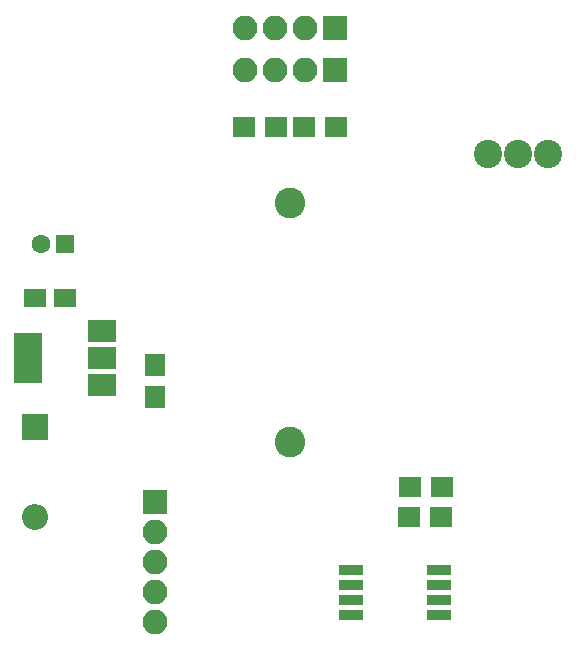
<source format=gbr>
G04 #@! TF.GenerationSoftware,KiCad,Pcbnew,(2018-01-18 revision 959767c09)-makepkg*
G04 #@! TF.CreationDate,2018-01-30T22:09:32+01:00*
G04 #@! TF.ProjectId,SensorPCB_V1.1,53656E736F725043425F56312E312E6B,rev?*
G04 #@! TF.SameCoordinates,Original*
G04 #@! TF.FileFunction,Soldermask,Top*
G04 #@! TF.FilePolarity,Negative*
%FSLAX46Y46*%
G04 Gerber Fmt 4.6, Leading zero omitted, Abs format (unit mm)*
G04 Created by KiCad (PCBNEW (2018-01-18 revision 959767c09)-makepkg) date 01/30/18 22:09:32*
%MOMM*%
%LPD*%
G01*
G04 APERTURE LIST*
%ADD10C,2.600000*%
%ADD11R,2.100000X2.100000*%
%ADD12O,2.100000X2.100000*%
%ADD13C,2.398980*%
%ADD14O,2.200000X2.200000*%
%ADD15R,2.200000X2.200000*%
%ADD16R,1.900000X1.650000*%
%ADD17C,1.600000*%
%ADD18R,1.600000X1.600000*%
%ADD19R,2.150000X0.950000*%
%ADD20R,1.900000X1.700000*%
%ADD21R,1.700000X1.900000*%
%ADD22R,2.400000X1.900000*%
%ADD23R,2.400000X4.200000*%
G04 APERTURE END LIST*
D10*
X38100000Y-50800000D03*
X38100000Y-30588000D03*
D11*
X41910000Y-19304000D03*
D12*
X39370000Y-19304000D03*
X36830000Y-19304000D03*
X34290000Y-19304000D03*
X34290000Y-15748000D03*
X36830000Y-15748000D03*
X39370000Y-15748000D03*
D11*
X41910000Y-15748000D03*
D13*
X57404000Y-26416000D03*
X54864000Y-26416000D03*
X59944000Y-26416000D03*
D14*
X16510000Y-57150000D03*
D15*
X16510000Y-49530000D03*
D16*
X16530000Y-38608000D03*
X19030000Y-38608000D03*
D17*
X17050000Y-34036000D03*
D18*
X19050000Y-34036000D03*
D19*
X50690000Y-61595000D03*
X50690000Y-62865000D03*
X50690000Y-64135000D03*
X50690000Y-65405000D03*
X43290000Y-65405000D03*
X43290000Y-64135000D03*
X43290000Y-62865000D03*
X43290000Y-61595000D03*
D12*
X26670000Y-66040000D03*
X26670000Y-63500000D03*
X26670000Y-60960000D03*
X26670000Y-58420000D03*
D11*
X26670000Y-55880000D03*
D20*
X48180000Y-57150000D03*
X50880000Y-57150000D03*
X50960000Y-54610000D03*
X48260000Y-54610000D03*
X39290000Y-24130000D03*
X41990000Y-24130000D03*
X36910000Y-24130000D03*
X34210000Y-24130000D03*
D21*
X26670000Y-46990000D03*
X26670000Y-44290000D03*
D22*
X22200000Y-45988000D03*
X22200000Y-41388000D03*
X22200000Y-43688000D03*
D23*
X15900000Y-43688000D03*
M02*

</source>
